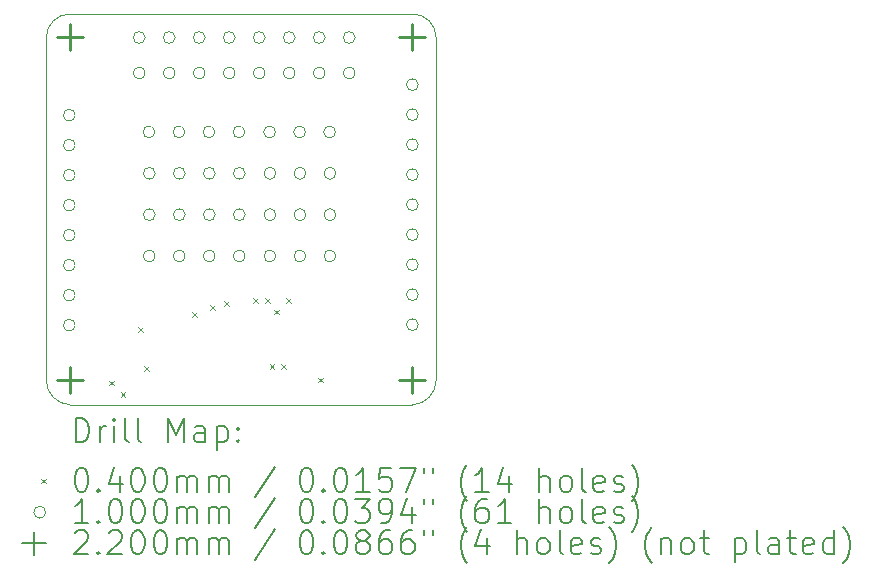
<source format=gbr>
%FSLAX45Y45*%
G04 Gerber Fmt 4.5, Leading zero omitted, Abs format (unit mm)*
G04 Created by KiCad (PCBNEW (6.0.5)) date 2022-07-08 15:36:00*
%MOMM*%
%LPD*%
G01*
G04 APERTURE LIST*
%TA.AperFunction,Profile*%
%ADD10C,0.100000*%
%TD*%
%ADD11C,0.200000*%
%ADD12C,0.040000*%
%ADD13C,0.100000*%
%ADD14C,0.220000*%
G04 APERTURE END LIST*
D10*
X17076580Y-5026000D02*
G75*
G03*
X16876579Y-4826000I-200000J0D01*
G01*
X13774579Y-5026000D02*
X13774579Y-7926000D01*
X13774576Y-7926000D02*
G75*
G03*
X13975000Y-8135000I211384J2110D01*
G01*
X17076579Y-5026000D02*
X17076579Y-7926000D01*
X13975000Y-8135000D02*
X16875000Y-8135000D01*
X16875000Y-8135002D02*
G75*
G03*
X17076579Y-7926000I-7560J209002D01*
G01*
X13976579Y-4826000D02*
X16876579Y-4826000D01*
X13976579Y-4825999D02*
G75*
G03*
X13774579Y-5026000I1J-202011D01*
G01*
D11*
D12*
X14305000Y-7930000D02*
X14345000Y-7970000D01*
X14345000Y-7930000D02*
X14305000Y-7970000D01*
X14405000Y-8030000D02*
X14445000Y-8070000D01*
X14445000Y-8030000D02*
X14405000Y-8070000D01*
X14555000Y-7480000D02*
X14595000Y-7520000D01*
X14595000Y-7480000D02*
X14555000Y-7520000D01*
X14605000Y-7805000D02*
X14645000Y-7845000D01*
X14645000Y-7805000D02*
X14605000Y-7845000D01*
X15010000Y-7350000D02*
X15050000Y-7390000D01*
X15050000Y-7350000D02*
X15010000Y-7390000D01*
X15160000Y-7290000D02*
X15200000Y-7330000D01*
X15200000Y-7290000D02*
X15160000Y-7330000D01*
X15280000Y-7255000D02*
X15320000Y-7295000D01*
X15320000Y-7255000D02*
X15280000Y-7295000D01*
X15530000Y-7230000D02*
X15570000Y-7270000D01*
X15570000Y-7230000D02*
X15530000Y-7270000D01*
X15630000Y-7230000D02*
X15670000Y-7270000D01*
X15670000Y-7230000D02*
X15630000Y-7270000D01*
X15667270Y-7790462D02*
X15707270Y-7830462D01*
X15707270Y-7790462D02*
X15667270Y-7830462D01*
X15705000Y-7330000D02*
X15745000Y-7370000D01*
X15745000Y-7330000D02*
X15705000Y-7370000D01*
X15765000Y-7790462D02*
X15805000Y-7830462D01*
X15805000Y-7790462D02*
X15765000Y-7830462D01*
X15805000Y-7230000D02*
X15845000Y-7270000D01*
X15845000Y-7230000D02*
X15805000Y-7270000D01*
X16080000Y-7905000D02*
X16120000Y-7945000D01*
X16120000Y-7905000D02*
X16080000Y-7945000D01*
D13*
X14020000Y-5682500D02*
G75*
G03*
X14020000Y-5682500I-50000J0D01*
G01*
X14020000Y-5936500D02*
G75*
G03*
X14020000Y-5936500I-50000J0D01*
G01*
X14020000Y-6190500D02*
G75*
G03*
X14020000Y-6190500I-50000J0D01*
G01*
X14020000Y-6444500D02*
G75*
G03*
X14020000Y-6444500I-50000J0D01*
G01*
X14020000Y-6698500D02*
G75*
G03*
X14020000Y-6698500I-50000J0D01*
G01*
X14020000Y-6952500D02*
G75*
G03*
X14020000Y-6952500I-50000J0D01*
G01*
X14020000Y-7206500D02*
G75*
G03*
X14020000Y-7206500I-50000J0D01*
G01*
X14020000Y-7460500D02*
G75*
G03*
X14020000Y-7460500I-50000J0D01*
G01*
X14612500Y-5025000D02*
G75*
G03*
X14612500Y-5025000I-50000J0D01*
G01*
X14612500Y-5325000D02*
G75*
G03*
X14612500Y-5325000I-50000J0D01*
G01*
X14695000Y-5825000D02*
G75*
G03*
X14695000Y-5825000I-50000J0D01*
G01*
X14697500Y-6175000D02*
G75*
G03*
X14697500Y-6175000I-50000J0D01*
G01*
X14697500Y-6525000D02*
G75*
G03*
X14697500Y-6525000I-50000J0D01*
G01*
X14697500Y-6875000D02*
G75*
G03*
X14697500Y-6875000I-50000J0D01*
G01*
X14866500Y-5025000D02*
G75*
G03*
X14866500Y-5025000I-50000J0D01*
G01*
X14866500Y-5325000D02*
G75*
G03*
X14866500Y-5325000I-50000J0D01*
G01*
X14949000Y-5825000D02*
G75*
G03*
X14949000Y-5825000I-50000J0D01*
G01*
X14951500Y-6175000D02*
G75*
G03*
X14951500Y-6175000I-50000J0D01*
G01*
X14951500Y-6525000D02*
G75*
G03*
X14951500Y-6525000I-50000J0D01*
G01*
X14951500Y-6875000D02*
G75*
G03*
X14951500Y-6875000I-50000J0D01*
G01*
X15120500Y-5025000D02*
G75*
G03*
X15120500Y-5025000I-50000J0D01*
G01*
X15120500Y-5325000D02*
G75*
G03*
X15120500Y-5325000I-50000J0D01*
G01*
X15203000Y-5825000D02*
G75*
G03*
X15203000Y-5825000I-50000J0D01*
G01*
X15205500Y-6175000D02*
G75*
G03*
X15205500Y-6175000I-50000J0D01*
G01*
X15205500Y-6525000D02*
G75*
G03*
X15205500Y-6525000I-50000J0D01*
G01*
X15205500Y-6875000D02*
G75*
G03*
X15205500Y-6875000I-50000J0D01*
G01*
X15374500Y-5025000D02*
G75*
G03*
X15374500Y-5025000I-50000J0D01*
G01*
X15374500Y-5325000D02*
G75*
G03*
X15374500Y-5325000I-50000J0D01*
G01*
X15457000Y-5825000D02*
G75*
G03*
X15457000Y-5825000I-50000J0D01*
G01*
X15459500Y-6175000D02*
G75*
G03*
X15459500Y-6175000I-50000J0D01*
G01*
X15459500Y-6525000D02*
G75*
G03*
X15459500Y-6525000I-50000J0D01*
G01*
X15459500Y-6875000D02*
G75*
G03*
X15459500Y-6875000I-50000J0D01*
G01*
X15628500Y-5025000D02*
G75*
G03*
X15628500Y-5025000I-50000J0D01*
G01*
X15628500Y-5325000D02*
G75*
G03*
X15628500Y-5325000I-50000J0D01*
G01*
X15717000Y-5825000D02*
G75*
G03*
X15717000Y-5825000I-50000J0D01*
G01*
X15719500Y-6175000D02*
G75*
G03*
X15719500Y-6175000I-50000J0D01*
G01*
X15719500Y-6525000D02*
G75*
G03*
X15719500Y-6525000I-50000J0D01*
G01*
X15719500Y-6875000D02*
G75*
G03*
X15719500Y-6875000I-50000J0D01*
G01*
X15882500Y-5025000D02*
G75*
G03*
X15882500Y-5025000I-50000J0D01*
G01*
X15882500Y-5325000D02*
G75*
G03*
X15882500Y-5325000I-50000J0D01*
G01*
X15971000Y-5825000D02*
G75*
G03*
X15971000Y-5825000I-50000J0D01*
G01*
X15973500Y-6175000D02*
G75*
G03*
X15973500Y-6175000I-50000J0D01*
G01*
X15973500Y-6525000D02*
G75*
G03*
X15973500Y-6525000I-50000J0D01*
G01*
X15973500Y-6875000D02*
G75*
G03*
X15973500Y-6875000I-50000J0D01*
G01*
X16136500Y-5025000D02*
G75*
G03*
X16136500Y-5025000I-50000J0D01*
G01*
X16136500Y-5325000D02*
G75*
G03*
X16136500Y-5325000I-50000J0D01*
G01*
X16225000Y-5825000D02*
G75*
G03*
X16225000Y-5825000I-50000J0D01*
G01*
X16227500Y-6175000D02*
G75*
G03*
X16227500Y-6175000I-50000J0D01*
G01*
X16227500Y-6525000D02*
G75*
G03*
X16227500Y-6525000I-50000J0D01*
G01*
X16227500Y-6875000D02*
G75*
G03*
X16227500Y-6875000I-50000J0D01*
G01*
X16390500Y-5025000D02*
G75*
G03*
X16390500Y-5025000I-50000J0D01*
G01*
X16390500Y-5325000D02*
G75*
G03*
X16390500Y-5325000I-50000J0D01*
G01*
X16925000Y-5425000D02*
G75*
G03*
X16925000Y-5425000I-50000J0D01*
G01*
X16925000Y-5679000D02*
G75*
G03*
X16925000Y-5679000I-50000J0D01*
G01*
X16925000Y-5933000D02*
G75*
G03*
X16925000Y-5933000I-50000J0D01*
G01*
X16925000Y-6187000D02*
G75*
G03*
X16925000Y-6187000I-50000J0D01*
G01*
X16925000Y-6441000D02*
G75*
G03*
X16925000Y-6441000I-50000J0D01*
G01*
X16925000Y-6695000D02*
G75*
G03*
X16925000Y-6695000I-50000J0D01*
G01*
X16925000Y-6949000D02*
G75*
G03*
X16925000Y-6949000I-50000J0D01*
G01*
X16925000Y-7203000D02*
G75*
G03*
X16925000Y-7203000I-50000J0D01*
G01*
X16925000Y-7457000D02*
G75*
G03*
X16925000Y-7457000I-50000J0D01*
G01*
D14*
X13975000Y-4915000D02*
X13975000Y-5135000D01*
X13865000Y-5025000D02*
X14085000Y-5025000D01*
X13975000Y-7815000D02*
X13975000Y-8035000D01*
X13865000Y-7925000D02*
X14085000Y-7925000D01*
X16875000Y-4915000D02*
X16875000Y-5135000D01*
X16765000Y-5025000D02*
X16985000Y-5025000D01*
X16875000Y-7815000D02*
X16875000Y-8035000D01*
X16765000Y-7925000D02*
X16985000Y-7925000D01*
D11*
X14027198Y-8450476D02*
X14027198Y-8250476D01*
X14074817Y-8250476D01*
X14103388Y-8260000D01*
X14122436Y-8279048D01*
X14131959Y-8298095D01*
X14141483Y-8336190D01*
X14141483Y-8364762D01*
X14131959Y-8402857D01*
X14122436Y-8421905D01*
X14103388Y-8440952D01*
X14074817Y-8450476D01*
X14027198Y-8450476D01*
X14227198Y-8450476D02*
X14227198Y-8317143D01*
X14227198Y-8355238D02*
X14236721Y-8336190D01*
X14246245Y-8326667D01*
X14265293Y-8317143D01*
X14284340Y-8317143D01*
X14351007Y-8450476D02*
X14351007Y-8317143D01*
X14351007Y-8250476D02*
X14341483Y-8260000D01*
X14351007Y-8269524D01*
X14360531Y-8260000D01*
X14351007Y-8250476D01*
X14351007Y-8269524D01*
X14474817Y-8450476D02*
X14455769Y-8440952D01*
X14446245Y-8421905D01*
X14446245Y-8250476D01*
X14579579Y-8450476D02*
X14560531Y-8440952D01*
X14551007Y-8421905D01*
X14551007Y-8250476D01*
X14808150Y-8450476D02*
X14808150Y-8250476D01*
X14874817Y-8393333D01*
X14941483Y-8250476D01*
X14941483Y-8450476D01*
X15122436Y-8450476D02*
X15122436Y-8345714D01*
X15112912Y-8326667D01*
X15093864Y-8317143D01*
X15055769Y-8317143D01*
X15036721Y-8326667D01*
X15122436Y-8440952D02*
X15103388Y-8450476D01*
X15055769Y-8450476D01*
X15036721Y-8440952D01*
X15027198Y-8421905D01*
X15027198Y-8402857D01*
X15036721Y-8383809D01*
X15055769Y-8374286D01*
X15103388Y-8374286D01*
X15122436Y-8364762D01*
X15217674Y-8317143D02*
X15217674Y-8517143D01*
X15217674Y-8326667D02*
X15236721Y-8317143D01*
X15274817Y-8317143D01*
X15293864Y-8326667D01*
X15303388Y-8336190D01*
X15312912Y-8355238D01*
X15312912Y-8412381D01*
X15303388Y-8431429D01*
X15293864Y-8440952D01*
X15274817Y-8450476D01*
X15236721Y-8450476D01*
X15217674Y-8440952D01*
X15398626Y-8431429D02*
X15408150Y-8440952D01*
X15398626Y-8450476D01*
X15389102Y-8440952D01*
X15398626Y-8431429D01*
X15398626Y-8450476D01*
X15398626Y-8326667D02*
X15408150Y-8336190D01*
X15398626Y-8345714D01*
X15389102Y-8336190D01*
X15398626Y-8326667D01*
X15398626Y-8345714D01*
D12*
X13729579Y-8760000D02*
X13769579Y-8800000D01*
X13769579Y-8760000D02*
X13729579Y-8800000D01*
D11*
X14065293Y-8670476D02*
X14084340Y-8670476D01*
X14103388Y-8680000D01*
X14112912Y-8689524D01*
X14122436Y-8708571D01*
X14131959Y-8746667D01*
X14131959Y-8794286D01*
X14122436Y-8832381D01*
X14112912Y-8851429D01*
X14103388Y-8860952D01*
X14084340Y-8870476D01*
X14065293Y-8870476D01*
X14046245Y-8860952D01*
X14036721Y-8851429D01*
X14027198Y-8832381D01*
X14017674Y-8794286D01*
X14017674Y-8746667D01*
X14027198Y-8708571D01*
X14036721Y-8689524D01*
X14046245Y-8680000D01*
X14065293Y-8670476D01*
X14217674Y-8851429D02*
X14227198Y-8860952D01*
X14217674Y-8870476D01*
X14208150Y-8860952D01*
X14217674Y-8851429D01*
X14217674Y-8870476D01*
X14398626Y-8737143D02*
X14398626Y-8870476D01*
X14351007Y-8660952D02*
X14303388Y-8803810D01*
X14427198Y-8803810D01*
X14541483Y-8670476D02*
X14560531Y-8670476D01*
X14579579Y-8680000D01*
X14589102Y-8689524D01*
X14598626Y-8708571D01*
X14608150Y-8746667D01*
X14608150Y-8794286D01*
X14598626Y-8832381D01*
X14589102Y-8851429D01*
X14579579Y-8860952D01*
X14560531Y-8870476D01*
X14541483Y-8870476D01*
X14522436Y-8860952D01*
X14512912Y-8851429D01*
X14503388Y-8832381D01*
X14493864Y-8794286D01*
X14493864Y-8746667D01*
X14503388Y-8708571D01*
X14512912Y-8689524D01*
X14522436Y-8680000D01*
X14541483Y-8670476D01*
X14731959Y-8670476D02*
X14751007Y-8670476D01*
X14770055Y-8680000D01*
X14779579Y-8689524D01*
X14789102Y-8708571D01*
X14798626Y-8746667D01*
X14798626Y-8794286D01*
X14789102Y-8832381D01*
X14779579Y-8851429D01*
X14770055Y-8860952D01*
X14751007Y-8870476D01*
X14731959Y-8870476D01*
X14712912Y-8860952D01*
X14703388Y-8851429D01*
X14693864Y-8832381D01*
X14684340Y-8794286D01*
X14684340Y-8746667D01*
X14693864Y-8708571D01*
X14703388Y-8689524D01*
X14712912Y-8680000D01*
X14731959Y-8670476D01*
X14884340Y-8870476D02*
X14884340Y-8737143D01*
X14884340Y-8756190D02*
X14893864Y-8746667D01*
X14912912Y-8737143D01*
X14941483Y-8737143D01*
X14960531Y-8746667D01*
X14970055Y-8765714D01*
X14970055Y-8870476D01*
X14970055Y-8765714D02*
X14979579Y-8746667D01*
X14998626Y-8737143D01*
X15027198Y-8737143D01*
X15046245Y-8746667D01*
X15055769Y-8765714D01*
X15055769Y-8870476D01*
X15151007Y-8870476D02*
X15151007Y-8737143D01*
X15151007Y-8756190D02*
X15160531Y-8746667D01*
X15179579Y-8737143D01*
X15208150Y-8737143D01*
X15227198Y-8746667D01*
X15236721Y-8765714D01*
X15236721Y-8870476D01*
X15236721Y-8765714D02*
X15246245Y-8746667D01*
X15265293Y-8737143D01*
X15293864Y-8737143D01*
X15312912Y-8746667D01*
X15322436Y-8765714D01*
X15322436Y-8870476D01*
X15712912Y-8660952D02*
X15541483Y-8918095D01*
X15970055Y-8670476D02*
X15989102Y-8670476D01*
X16008150Y-8680000D01*
X16017674Y-8689524D01*
X16027198Y-8708571D01*
X16036721Y-8746667D01*
X16036721Y-8794286D01*
X16027198Y-8832381D01*
X16017674Y-8851429D01*
X16008150Y-8860952D01*
X15989102Y-8870476D01*
X15970055Y-8870476D01*
X15951007Y-8860952D01*
X15941483Y-8851429D01*
X15931959Y-8832381D01*
X15922436Y-8794286D01*
X15922436Y-8746667D01*
X15931959Y-8708571D01*
X15941483Y-8689524D01*
X15951007Y-8680000D01*
X15970055Y-8670476D01*
X16122436Y-8851429D02*
X16131959Y-8860952D01*
X16122436Y-8870476D01*
X16112912Y-8860952D01*
X16122436Y-8851429D01*
X16122436Y-8870476D01*
X16255769Y-8670476D02*
X16274817Y-8670476D01*
X16293864Y-8680000D01*
X16303388Y-8689524D01*
X16312912Y-8708571D01*
X16322436Y-8746667D01*
X16322436Y-8794286D01*
X16312912Y-8832381D01*
X16303388Y-8851429D01*
X16293864Y-8860952D01*
X16274817Y-8870476D01*
X16255769Y-8870476D01*
X16236721Y-8860952D01*
X16227198Y-8851429D01*
X16217674Y-8832381D01*
X16208150Y-8794286D01*
X16208150Y-8746667D01*
X16217674Y-8708571D01*
X16227198Y-8689524D01*
X16236721Y-8680000D01*
X16255769Y-8670476D01*
X16512912Y-8870476D02*
X16398626Y-8870476D01*
X16455769Y-8870476D02*
X16455769Y-8670476D01*
X16436721Y-8699048D01*
X16417674Y-8718095D01*
X16398626Y-8727619D01*
X16693864Y-8670476D02*
X16598626Y-8670476D01*
X16589102Y-8765714D01*
X16598626Y-8756190D01*
X16617674Y-8746667D01*
X16665293Y-8746667D01*
X16684340Y-8756190D01*
X16693864Y-8765714D01*
X16703388Y-8784762D01*
X16703388Y-8832381D01*
X16693864Y-8851429D01*
X16684340Y-8860952D01*
X16665293Y-8870476D01*
X16617674Y-8870476D01*
X16598626Y-8860952D01*
X16589102Y-8851429D01*
X16770055Y-8670476D02*
X16903388Y-8670476D01*
X16817674Y-8870476D01*
X16970055Y-8670476D02*
X16970055Y-8708571D01*
X17046245Y-8670476D02*
X17046245Y-8708571D01*
X17341483Y-8946667D02*
X17331960Y-8937143D01*
X17312912Y-8908571D01*
X17303388Y-8889524D01*
X17293864Y-8860952D01*
X17284341Y-8813333D01*
X17284341Y-8775238D01*
X17293864Y-8727619D01*
X17303388Y-8699048D01*
X17312912Y-8680000D01*
X17331960Y-8651429D01*
X17341483Y-8641905D01*
X17522436Y-8870476D02*
X17408150Y-8870476D01*
X17465293Y-8870476D02*
X17465293Y-8670476D01*
X17446245Y-8699048D01*
X17427198Y-8718095D01*
X17408150Y-8727619D01*
X17693864Y-8737143D02*
X17693864Y-8870476D01*
X17646245Y-8660952D02*
X17598626Y-8803810D01*
X17722436Y-8803810D01*
X17951007Y-8870476D02*
X17951007Y-8670476D01*
X18036721Y-8870476D02*
X18036721Y-8765714D01*
X18027198Y-8746667D01*
X18008150Y-8737143D01*
X17979579Y-8737143D01*
X17960531Y-8746667D01*
X17951007Y-8756190D01*
X18160531Y-8870476D02*
X18141483Y-8860952D01*
X18131960Y-8851429D01*
X18122436Y-8832381D01*
X18122436Y-8775238D01*
X18131960Y-8756190D01*
X18141483Y-8746667D01*
X18160531Y-8737143D01*
X18189102Y-8737143D01*
X18208150Y-8746667D01*
X18217674Y-8756190D01*
X18227198Y-8775238D01*
X18227198Y-8832381D01*
X18217674Y-8851429D01*
X18208150Y-8860952D01*
X18189102Y-8870476D01*
X18160531Y-8870476D01*
X18341483Y-8870476D02*
X18322436Y-8860952D01*
X18312912Y-8841905D01*
X18312912Y-8670476D01*
X18493864Y-8860952D02*
X18474817Y-8870476D01*
X18436721Y-8870476D01*
X18417674Y-8860952D01*
X18408150Y-8841905D01*
X18408150Y-8765714D01*
X18417674Y-8746667D01*
X18436721Y-8737143D01*
X18474817Y-8737143D01*
X18493864Y-8746667D01*
X18503388Y-8765714D01*
X18503388Y-8784762D01*
X18408150Y-8803810D01*
X18579579Y-8860952D02*
X18598626Y-8870476D01*
X18636721Y-8870476D01*
X18655769Y-8860952D01*
X18665293Y-8841905D01*
X18665293Y-8832381D01*
X18655769Y-8813333D01*
X18636721Y-8803810D01*
X18608150Y-8803810D01*
X18589102Y-8794286D01*
X18579579Y-8775238D01*
X18579579Y-8765714D01*
X18589102Y-8746667D01*
X18608150Y-8737143D01*
X18636721Y-8737143D01*
X18655769Y-8746667D01*
X18731960Y-8946667D02*
X18741483Y-8937143D01*
X18760531Y-8908571D01*
X18770055Y-8889524D01*
X18779579Y-8860952D01*
X18789102Y-8813333D01*
X18789102Y-8775238D01*
X18779579Y-8727619D01*
X18770055Y-8699048D01*
X18760531Y-8680000D01*
X18741483Y-8651429D01*
X18731960Y-8641905D01*
D13*
X13769579Y-9044000D02*
G75*
G03*
X13769579Y-9044000I-50000J0D01*
G01*
D11*
X14131959Y-9134476D02*
X14017674Y-9134476D01*
X14074817Y-9134476D02*
X14074817Y-8934476D01*
X14055769Y-8963048D01*
X14036721Y-8982095D01*
X14017674Y-8991619D01*
X14217674Y-9115429D02*
X14227198Y-9124952D01*
X14217674Y-9134476D01*
X14208150Y-9124952D01*
X14217674Y-9115429D01*
X14217674Y-9134476D01*
X14351007Y-8934476D02*
X14370055Y-8934476D01*
X14389102Y-8944000D01*
X14398626Y-8953524D01*
X14408150Y-8972571D01*
X14417674Y-9010667D01*
X14417674Y-9058286D01*
X14408150Y-9096381D01*
X14398626Y-9115429D01*
X14389102Y-9124952D01*
X14370055Y-9134476D01*
X14351007Y-9134476D01*
X14331959Y-9124952D01*
X14322436Y-9115429D01*
X14312912Y-9096381D01*
X14303388Y-9058286D01*
X14303388Y-9010667D01*
X14312912Y-8972571D01*
X14322436Y-8953524D01*
X14331959Y-8944000D01*
X14351007Y-8934476D01*
X14541483Y-8934476D02*
X14560531Y-8934476D01*
X14579579Y-8944000D01*
X14589102Y-8953524D01*
X14598626Y-8972571D01*
X14608150Y-9010667D01*
X14608150Y-9058286D01*
X14598626Y-9096381D01*
X14589102Y-9115429D01*
X14579579Y-9124952D01*
X14560531Y-9134476D01*
X14541483Y-9134476D01*
X14522436Y-9124952D01*
X14512912Y-9115429D01*
X14503388Y-9096381D01*
X14493864Y-9058286D01*
X14493864Y-9010667D01*
X14503388Y-8972571D01*
X14512912Y-8953524D01*
X14522436Y-8944000D01*
X14541483Y-8934476D01*
X14731959Y-8934476D02*
X14751007Y-8934476D01*
X14770055Y-8944000D01*
X14779579Y-8953524D01*
X14789102Y-8972571D01*
X14798626Y-9010667D01*
X14798626Y-9058286D01*
X14789102Y-9096381D01*
X14779579Y-9115429D01*
X14770055Y-9124952D01*
X14751007Y-9134476D01*
X14731959Y-9134476D01*
X14712912Y-9124952D01*
X14703388Y-9115429D01*
X14693864Y-9096381D01*
X14684340Y-9058286D01*
X14684340Y-9010667D01*
X14693864Y-8972571D01*
X14703388Y-8953524D01*
X14712912Y-8944000D01*
X14731959Y-8934476D01*
X14884340Y-9134476D02*
X14884340Y-9001143D01*
X14884340Y-9020190D02*
X14893864Y-9010667D01*
X14912912Y-9001143D01*
X14941483Y-9001143D01*
X14960531Y-9010667D01*
X14970055Y-9029714D01*
X14970055Y-9134476D01*
X14970055Y-9029714D02*
X14979579Y-9010667D01*
X14998626Y-9001143D01*
X15027198Y-9001143D01*
X15046245Y-9010667D01*
X15055769Y-9029714D01*
X15055769Y-9134476D01*
X15151007Y-9134476D02*
X15151007Y-9001143D01*
X15151007Y-9020190D02*
X15160531Y-9010667D01*
X15179579Y-9001143D01*
X15208150Y-9001143D01*
X15227198Y-9010667D01*
X15236721Y-9029714D01*
X15236721Y-9134476D01*
X15236721Y-9029714D02*
X15246245Y-9010667D01*
X15265293Y-9001143D01*
X15293864Y-9001143D01*
X15312912Y-9010667D01*
X15322436Y-9029714D01*
X15322436Y-9134476D01*
X15712912Y-8924952D02*
X15541483Y-9182095D01*
X15970055Y-8934476D02*
X15989102Y-8934476D01*
X16008150Y-8944000D01*
X16017674Y-8953524D01*
X16027198Y-8972571D01*
X16036721Y-9010667D01*
X16036721Y-9058286D01*
X16027198Y-9096381D01*
X16017674Y-9115429D01*
X16008150Y-9124952D01*
X15989102Y-9134476D01*
X15970055Y-9134476D01*
X15951007Y-9124952D01*
X15941483Y-9115429D01*
X15931959Y-9096381D01*
X15922436Y-9058286D01*
X15922436Y-9010667D01*
X15931959Y-8972571D01*
X15941483Y-8953524D01*
X15951007Y-8944000D01*
X15970055Y-8934476D01*
X16122436Y-9115429D02*
X16131959Y-9124952D01*
X16122436Y-9134476D01*
X16112912Y-9124952D01*
X16122436Y-9115429D01*
X16122436Y-9134476D01*
X16255769Y-8934476D02*
X16274817Y-8934476D01*
X16293864Y-8944000D01*
X16303388Y-8953524D01*
X16312912Y-8972571D01*
X16322436Y-9010667D01*
X16322436Y-9058286D01*
X16312912Y-9096381D01*
X16303388Y-9115429D01*
X16293864Y-9124952D01*
X16274817Y-9134476D01*
X16255769Y-9134476D01*
X16236721Y-9124952D01*
X16227198Y-9115429D01*
X16217674Y-9096381D01*
X16208150Y-9058286D01*
X16208150Y-9010667D01*
X16217674Y-8972571D01*
X16227198Y-8953524D01*
X16236721Y-8944000D01*
X16255769Y-8934476D01*
X16389102Y-8934476D02*
X16512912Y-8934476D01*
X16446245Y-9010667D01*
X16474817Y-9010667D01*
X16493864Y-9020190D01*
X16503388Y-9029714D01*
X16512912Y-9048762D01*
X16512912Y-9096381D01*
X16503388Y-9115429D01*
X16493864Y-9124952D01*
X16474817Y-9134476D01*
X16417674Y-9134476D01*
X16398626Y-9124952D01*
X16389102Y-9115429D01*
X16608150Y-9134476D02*
X16646245Y-9134476D01*
X16665293Y-9124952D01*
X16674817Y-9115429D01*
X16693864Y-9086857D01*
X16703388Y-9048762D01*
X16703388Y-8972571D01*
X16693864Y-8953524D01*
X16684340Y-8944000D01*
X16665293Y-8934476D01*
X16627198Y-8934476D01*
X16608150Y-8944000D01*
X16598626Y-8953524D01*
X16589102Y-8972571D01*
X16589102Y-9020190D01*
X16598626Y-9039238D01*
X16608150Y-9048762D01*
X16627198Y-9058286D01*
X16665293Y-9058286D01*
X16684340Y-9048762D01*
X16693864Y-9039238D01*
X16703388Y-9020190D01*
X16874817Y-9001143D02*
X16874817Y-9134476D01*
X16827198Y-8924952D02*
X16779579Y-9067810D01*
X16903388Y-9067810D01*
X16970055Y-8934476D02*
X16970055Y-8972571D01*
X17046245Y-8934476D02*
X17046245Y-8972571D01*
X17341483Y-9210667D02*
X17331960Y-9201143D01*
X17312912Y-9172571D01*
X17303388Y-9153524D01*
X17293864Y-9124952D01*
X17284341Y-9077333D01*
X17284341Y-9039238D01*
X17293864Y-8991619D01*
X17303388Y-8963048D01*
X17312912Y-8944000D01*
X17331960Y-8915429D01*
X17341483Y-8905905D01*
X17503388Y-8934476D02*
X17465293Y-8934476D01*
X17446245Y-8944000D01*
X17436721Y-8953524D01*
X17417674Y-8982095D01*
X17408150Y-9020190D01*
X17408150Y-9096381D01*
X17417674Y-9115429D01*
X17427198Y-9124952D01*
X17446245Y-9134476D01*
X17484341Y-9134476D01*
X17503388Y-9124952D01*
X17512912Y-9115429D01*
X17522436Y-9096381D01*
X17522436Y-9048762D01*
X17512912Y-9029714D01*
X17503388Y-9020190D01*
X17484341Y-9010667D01*
X17446245Y-9010667D01*
X17427198Y-9020190D01*
X17417674Y-9029714D01*
X17408150Y-9048762D01*
X17712912Y-9134476D02*
X17598626Y-9134476D01*
X17655769Y-9134476D02*
X17655769Y-8934476D01*
X17636721Y-8963048D01*
X17617674Y-8982095D01*
X17598626Y-8991619D01*
X17951007Y-9134476D02*
X17951007Y-8934476D01*
X18036721Y-9134476D02*
X18036721Y-9029714D01*
X18027198Y-9010667D01*
X18008150Y-9001143D01*
X17979579Y-9001143D01*
X17960531Y-9010667D01*
X17951007Y-9020190D01*
X18160531Y-9134476D02*
X18141483Y-9124952D01*
X18131960Y-9115429D01*
X18122436Y-9096381D01*
X18122436Y-9039238D01*
X18131960Y-9020190D01*
X18141483Y-9010667D01*
X18160531Y-9001143D01*
X18189102Y-9001143D01*
X18208150Y-9010667D01*
X18217674Y-9020190D01*
X18227198Y-9039238D01*
X18227198Y-9096381D01*
X18217674Y-9115429D01*
X18208150Y-9124952D01*
X18189102Y-9134476D01*
X18160531Y-9134476D01*
X18341483Y-9134476D02*
X18322436Y-9124952D01*
X18312912Y-9105905D01*
X18312912Y-8934476D01*
X18493864Y-9124952D02*
X18474817Y-9134476D01*
X18436721Y-9134476D01*
X18417674Y-9124952D01*
X18408150Y-9105905D01*
X18408150Y-9029714D01*
X18417674Y-9010667D01*
X18436721Y-9001143D01*
X18474817Y-9001143D01*
X18493864Y-9010667D01*
X18503388Y-9029714D01*
X18503388Y-9048762D01*
X18408150Y-9067810D01*
X18579579Y-9124952D02*
X18598626Y-9134476D01*
X18636721Y-9134476D01*
X18655769Y-9124952D01*
X18665293Y-9105905D01*
X18665293Y-9096381D01*
X18655769Y-9077333D01*
X18636721Y-9067810D01*
X18608150Y-9067810D01*
X18589102Y-9058286D01*
X18579579Y-9039238D01*
X18579579Y-9029714D01*
X18589102Y-9010667D01*
X18608150Y-9001143D01*
X18636721Y-9001143D01*
X18655769Y-9010667D01*
X18731960Y-9210667D02*
X18741483Y-9201143D01*
X18760531Y-9172571D01*
X18770055Y-9153524D01*
X18779579Y-9124952D01*
X18789102Y-9077333D01*
X18789102Y-9039238D01*
X18779579Y-8991619D01*
X18770055Y-8963048D01*
X18760531Y-8944000D01*
X18741483Y-8915429D01*
X18731960Y-8905905D01*
X13669579Y-9208000D02*
X13669579Y-9408000D01*
X13569579Y-9308000D02*
X13769579Y-9308000D01*
X14017674Y-9217524D02*
X14027198Y-9208000D01*
X14046245Y-9198476D01*
X14093864Y-9198476D01*
X14112912Y-9208000D01*
X14122436Y-9217524D01*
X14131959Y-9236571D01*
X14131959Y-9255619D01*
X14122436Y-9284190D01*
X14008150Y-9398476D01*
X14131959Y-9398476D01*
X14217674Y-9379429D02*
X14227198Y-9388952D01*
X14217674Y-9398476D01*
X14208150Y-9388952D01*
X14217674Y-9379429D01*
X14217674Y-9398476D01*
X14303388Y-9217524D02*
X14312912Y-9208000D01*
X14331959Y-9198476D01*
X14379579Y-9198476D01*
X14398626Y-9208000D01*
X14408150Y-9217524D01*
X14417674Y-9236571D01*
X14417674Y-9255619D01*
X14408150Y-9284190D01*
X14293864Y-9398476D01*
X14417674Y-9398476D01*
X14541483Y-9198476D02*
X14560531Y-9198476D01*
X14579579Y-9208000D01*
X14589102Y-9217524D01*
X14598626Y-9236571D01*
X14608150Y-9274667D01*
X14608150Y-9322286D01*
X14598626Y-9360381D01*
X14589102Y-9379429D01*
X14579579Y-9388952D01*
X14560531Y-9398476D01*
X14541483Y-9398476D01*
X14522436Y-9388952D01*
X14512912Y-9379429D01*
X14503388Y-9360381D01*
X14493864Y-9322286D01*
X14493864Y-9274667D01*
X14503388Y-9236571D01*
X14512912Y-9217524D01*
X14522436Y-9208000D01*
X14541483Y-9198476D01*
X14731959Y-9198476D02*
X14751007Y-9198476D01*
X14770055Y-9208000D01*
X14779579Y-9217524D01*
X14789102Y-9236571D01*
X14798626Y-9274667D01*
X14798626Y-9322286D01*
X14789102Y-9360381D01*
X14779579Y-9379429D01*
X14770055Y-9388952D01*
X14751007Y-9398476D01*
X14731959Y-9398476D01*
X14712912Y-9388952D01*
X14703388Y-9379429D01*
X14693864Y-9360381D01*
X14684340Y-9322286D01*
X14684340Y-9274667D01*
X14693864Y-9236571D01*
X14703388Y-9217524D01*
X14712912Y-9208000D01*
X14731959Y-9198476D01*
X14884340Y-9398476D02*
X14884340Y-9265143D01*
X14884340Y-9284190D02*
X14893864Y-9274667D01*
X14912912Y-9265143D01*
X14941483Y-9265143D01*
X14960531Y-9274667D01*
X14970055Y-9293714D01*
X14970055Y-9398476D01*
X14970055Y-9293714D02*
X14979579Y-9274667D01*
X14998626Y-9265143D01*
X15027198Y-9265143D01*
X15046245Y-9274667D01*
X15055769Y-9293714D01*
X15055769Y-9398476D01*
X15151007Y-9398476D02*
X15151007Y-9265143D01*
X15151007Y-9284190D02*
X15160531Y-9274667D01*
X15179579Y-9265143D01*
X15208150Y-9265143D01*
X15227198Y-9274667D01*
X15236721Y-9293714D01*
X15236721Y-9398476D01*
X15236721Y-9293714D02*
X15246245Y-9274667D01*
X15265293Y-9265143D01*
X15293864Y-9265143D01*
X15312912Y-9274667D01*
X15322436Y-9293714D01*
X15322436Y-9398476D01*
X15712912Y-9188952D02*
X15541483Y-9446095D01*
X15970055Y-9198476D02*
X15989102Y-9198476D01*
X16008150Y-9208000D01*
X16017674Y-9217524D01*
X16027198Y-9236571D01*
X16036721Y-9274667D01*
X16036721Y-9322286D01*
X16027198Y-9360381D01*
X16017674Y-9379429D01*
X16008150Y-9388952D01*
X15989102Y-9398476D01*
X15970055Y-9398476D01*
X15951007Y-9388952D01*
X15941483Y-9379429D01*
X15931959Y-9360381D01*
X15922436Y-9322286D01*
X15922436Y-9274667D01*
X15931959Y-9236571D01*
X15941483Y-9217524D01*
X15951007Y-9208000D01*
X15970055Y-9198476D01*
X16122436Y-9379429D02*
X16131959Y-9388952D01*
X16122436Y-9398476D01*
X16112912Y-9388952D01*
X16122436Y-9379429D01*
X16122436Y-9398476D01*
X16255769Y-9198476D02*
X16274817Y-9198476D01*
X16293864Y-9208000D01*
X16303388Y-9217524D01*
X16312912Y-9236571D01*
X16322436Y-9274667D01*
X16322436Y-9322286D01*
X16312912Y-9360381D01*
X16303388Y-9379429D01*
X16293864Y-9388952D01*
X16274817Y-9398476D01*
X16255769Y-9398476D01*
X16236721Y-9388952D01*
X16227198Y-9379429D01*
X16217674Y-9360381D01*
X16208150Y-9322286D01*
X16208150Y-9274667D01*
X16217674Y-9236571D01*
X16227198Y-9217524D01*
X16236721Y-9208000D01*
X16255769Y-9198476D01*
X16436721Y-9284190D02*
X16417674Y-9274667D01*
X16408150Y-9265143D01*
X16398626Y-9246095D01*
X16398626Y-9236571D01*
X16408150Y-9217524D01*
X16417674Y-9208000D01*
X16436721Y-9198476D01*
X16474817Y-9198476D01*
X16493864Y-9208000D01*
X16503388Y-9217524D01*
X16512912Y-9236571D01*
X16512912Y-9246095D01*
X16503388Y-9265143D01*
X16493864Y-9274667D01*
X16474817Y-9284190D01*
X16436721Y-9284190D01*
X16417674Y-9293714D01*
X16408150Y-9303238D01*
X16398626Y-9322286D01*
X16398626Y-9360381D01*
X16408150Y-9379429D01*
X16417674Y-9388952D01*
X16436721Y-9398476D01*
X16474817Y-9398476D01*
X16493864Y-9388952D01*
X16503388Y-9379429D01*
X16512912Y-9360381D01*
X16512912Y-9322286D01*
X16503388Y-9303238D01*
X16493864Y-9293714D01*
X16474817Y-9284190D01*
X16684340Y-9198476D02*
X16646245Y-9198476D01*
X16627198Y-9208000D01*
X16617674Y-9217524D01*
X16598626Y-9246095D01*
X16589102Y-9284190D01*
X16589102Y-9360381D01*
X16598626Y-9379429D01*
X16608150Y-9388952D01*
X16627198Y-9398476D01*
X16665293Y-9398476D01*
X16684340Y-9388952D01*
X16693864Y-9379429D01*
X16703388Y-9360381D01*
X16703388Y-9312762D01*
X16693864Y-9293714D01*
X16684340Y-9284190D01*
X16665293Y-9274667D01*
X16627198Y-9274667D01*
X16608150Y-9284190D01*
X16598626Y-9293714D01*
X16589102Y-9312762D01*
X16874817Y-9198476D02*
X16836721Y-9198476D01*
X16817674Y-9208000D01*
X16808150Y-9217524D01*
X16789102Y-9246095D01*
X16779579Y-9284190D01*
X16779579Y-9360381D01*
X16789102Y-9379429D01*
X16798626Y-9388952D01*
X16817674Y-9398476D01*
X16855769Y-9398476D01*
X16874817Y-9388952D01*
X16884341Y-9379429D01*
X16893864Y-9360381D01*
X16893864Y-9312762D01*
X16884341Y-9293714D01*
X16874817Y-9284190D01*
X16855769Y-9274667D01*
X16817674Y-9274667D01*
X16798626Y-9284190D01*
X16789102Y-9293714D01*
X16779579Y-9312762D01*
X16970055Y-9198476D02*
X16970055Y-9236571D01*
X17046245Y-9198476D02*
X17046245Y-9236571D01*
X17341483Y-9474667D02*
X17331960Y-9465143D01*
X17312912Y-9436571D01*
X17303388Y-9417524D01*
X17293864Y-9388952D01*
X17284341Y-9341333D01*
X17284341Y-9303238D01*
X17293864Y-9255619D01*
X17303388Y-9227048D01*
X17312912Y-9208000D01*
X17331960Y-9179429D01*
X17341483Y-9169905D01*
X17503388Y-9265143D02*
X17503388Y-9398476D01*
X17455769Y-9188952D02*
X17408150Y-9331810D01*
X17531960Y-9331810D01*
X17760531Y-9398476D02*
X17760531Y-9198476D01*
X17846245Y-9398476D02*
X17846245Y-9293714D01*
X17836721Y-9274667D01*
X17817674Y-9265143D01*
X17789102Y-9265143D01*
X17770055Y-9274667D01*
X17760531Y-9284190D01*
X17970055Y-9398476D02*
X17951007Y-9388952D01*
X17941483Y-9379429D01*
X17931960Y-9360381D01*
X17931960Y-9303238D01*
X17941483Y-9284190D01*
X17951007Y-9274667D01*
X17970055Y-9265143D01*
X17998626Y-9265143D01*
X18017674Y-9274667D01*
X18027198Y-9284190D01*
X18036721Y-9303238D01*
X18036721Y-9360381D01*
X18027198Y-9379429D01*
X18017674Y-9388952D01*
X17998626Y-9398476D01*
X17970055Y-9398476D01*
X18151007Y-9398476D02*
X18131960Y-9388952D01*
X18122436Y-9369905D01*
X18122436Y-9198476D01*
X18303388Y-9388952D02*
X18284341Y-9398476D01*
X18246245Y-9398476D01*
X18227198Y-9388952D01*
X18217674Y-9369905D01*
X18217674Y-9293714D01*
X18227198Y-9274667D01*
X18246245Y-9265143D01*
X18284341Y-9265143D01*
X18303388Y-9274667D01*
X18312912Y-9293714D01*
X18312912Y-9312762D01*
X18217674Y-9331810D01*
X18389102Y-9388952D02*
X18408150Y-9398476D01*
X18446245Y-9398476D01*
X18465293Y-9388952D01*
X18474817Y-9369905D01*
X18474817Y-9360381D01*
X18465293Y-9341333D01*
X18446245Y-9331810D01*
X18417674Y-9331810D01*
X18398626Y-9322286D01*
X18389102Y-9303238D01*
X18389102Y-9293714D01*
X18398626Y-9274667D01*
X18417674Y-9265143D01*
X18446245Y-9265143D01*
X18465293Y-9274667D01*
X18541483Y-9474667D02*
X18551007Y-9465143D01*
X18570055Y-9436571D01*
X18579579Y-9417524D01*
X18589102Y-9388952D01*
X18598626Y-9341333D01*
X18598626Y-9303238D01*
X18589102Y-9255619D01*
X18579579Y-9227048D01*
X18570055Y-9208000D01*
X18551007Y-9179429D01*
X18541483Y-9169905D01*
X18903388Y-9474667D02*
X18893864Y-9465143D01*
X18874817Y-9436571D01*
X18865293Y-9417524D01*
X18855769Y-9388952D01*
X18846245Y-9341333D01*
X18846245Y-9303238D01*
X18855769Y-9255619D01*
X18865293Y-9227048D01*
X18874817Y-9208000D01*
X18893864Y-9179429D01*
X18903388Y-9169905D01*
X18979579Y-9265143D02*
X18979579Y-9398476D01*
X18979579Y-9284190D02*
X18989102Y-9274667D01*
X19008150Y-9265143D01*
X19036721Y-9265143D01*
X19055769Y-9274667D01*
X19065293Y-9293714D01*
X19065293Y-9398476D01*
X19189102Y-9398476D02*
X19170055Y-9388952D01*
X19160531Y-9379429D01*
X19151007Y-9360381D01*
X19151007Y-9303238D01*
X19160531Y-9284190D01*
X19170055Y-9274667D01*
X19189102Y-9265143D01*
X19217674Y-9265143D01*
X19236721Y-9274667D01*
X19246245Y-9284190D01*
X19255769Y-9303238D01*
X19255769Y-9360381D01*
X19246245Y-9379429D01*
X19236721Y-9388952D01*
X19217674Y-9398476D01*
X19189102Y-9398476D01*
X19312912Y-9265143D02*
X19389102Y-9265143D01*
X19341483Y-9198476D02*
X19341483Y-9369905D01*
X19351007Y-9388952D01*
X19370055Y-9398476D01*
X19389102Y-9398476D01*
X19608150Y-9265143D02*
X19608150Y-9465143D01*
X19608150Y-9274667D02*
X19627198Y-9265143D01*
X19665293Y-9265143D01*
X19684341Y-9274667D01*
X19693864Y-9284190D01*
X19703388Y-9303238D01*
X19703388Y-9360381D01*
X19693864Y-9379429D01*
X19684341Y-9388952D01*
X19665293Y-9398476D01*
X19627198Y-9398476D01*
X19608150Y-9388952D01*
X19817674Y-9398476D02*
X19798626Y-9388952D01*
X19789102Y-9369905D01*
X19789102Y-9198476D01*
X19979579Y-9398476D02*
X19979579Y-9293714D01*
X19970055Y-9274667D01*
X19951007Y-9265143D01*
X19912912Y-9265143D01*
X19893864Y-9274667D01*
X19979579Y-9388952D02*
X19960531Y-9398476D01*
X19912912Y-9398476D01*
X19893864Y-9388952D01*
X19884341Y-9369905D01*
X19884341Y-9350857D01*
X19893864Y-9331810D01*
X19912912Y-9322286D01*
X19960531Y-9322286D01*
X19979579Y-9312762D01*
X20046245Y-9265143D02*
X20122436Y-9265143D01*
X20074817Y-9198476D02*
X20074817Y-9369905D01*
X20084341Y-9388952D01*
X20103388Y-9398476D01*
X20122436Y-9398476D01*
X20265293Y-9388952D02*
X20246245Y-9398476D01*
X20208150Y-9398476D01*
X20189102Y-9388952D01*
X20179579Y-9369905D01*
X20179579Y-9293714D01*
X20189102Y-9274667D01*
X20208150Y-9265143D01*
X20246245Y-9265143D01*
X20265293Y-9274667D01*
X20274817Y-9293714D01*
X20274817Y-9312762D01*
X20179579Y-9331810D01*
X20446245Y-9398476D02*
X20446245Y-9198476D01*
X20446245Y-9388952D02*
X20427198Y-9398476D01*
X20389102Y-9398476D01*
X20370055Y-9388952D01*
X20360531Y-9379429D01*
X20351007Y-9360381D01*
X20351007Y-9303238D01*
X20360531Y-9284190D01*
X20370055Y-9274667D01*
X20389102Y-9265143D01*
X20427198Y-9265143D01*
X20446245Y-9274667D01*
X20522436Y-9474667D02*
X20531960Y-9465143D01*
X20551007Y-9436571D01*
X20560531Y-9417524D01*
X20570055Y-9388952D01*
X20579579Y-9341333D01*
X20579579Y-9303238D01*
X20570055Y-9255619D01*
X20560531Y-9227048D01*
X20551007Y-9208000D01*
X20531960Y-9179429D01*
X20522436Y-9169905D01*
M02*

</source>
